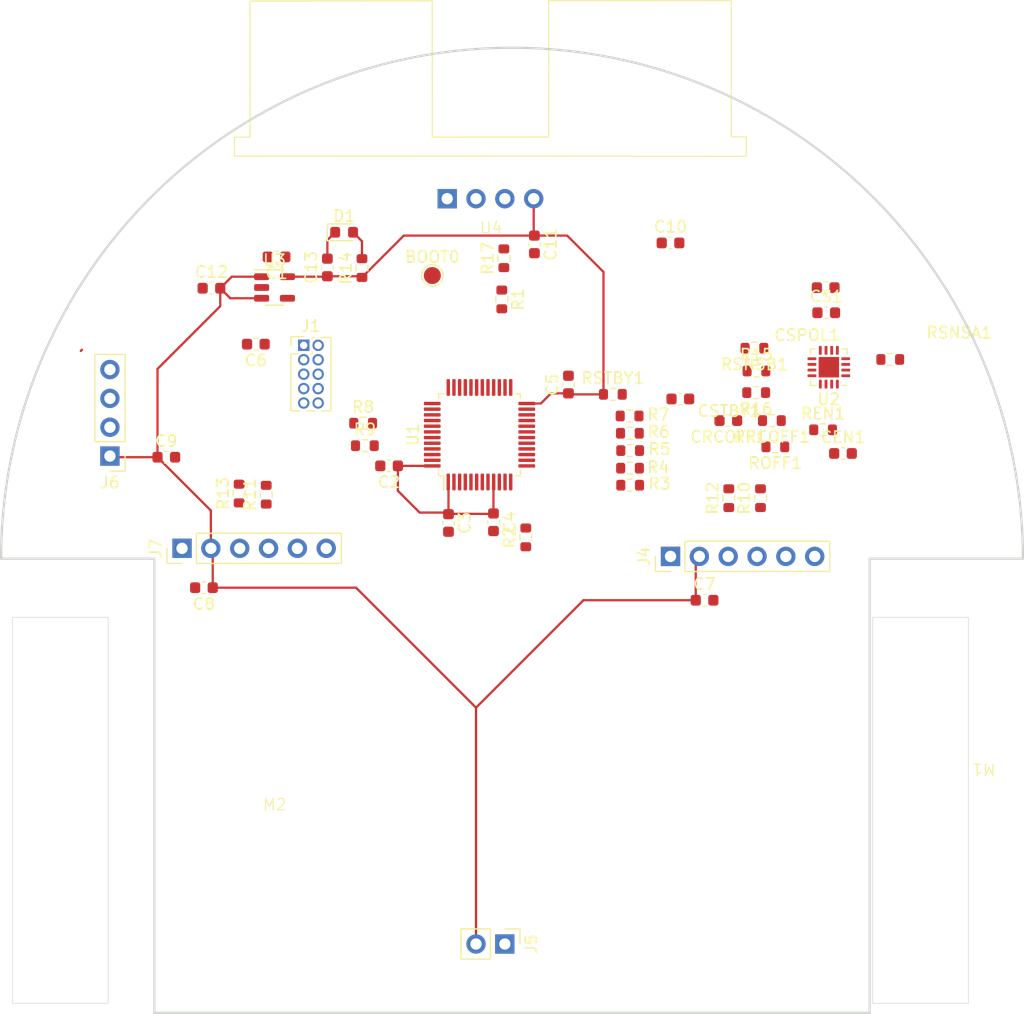
<source format=kicad_pcb>
(kicad_pcb (version 20221018) (generator pcbnew)
  (layers (0 "F.Cu" signal) (31 "B.Cu" signal) (34 "B.Paste" user) (35 "F.Paste" user) (36 "B.SilkS" user "B.Silkscreen") (37 "F.SilkS" user "F.Silkscreen") (38 "B.Mask" user) (39 "F.Mask" user) (44 "Edge.Cuts" user))
  (net 0 "")
  (net 1 "+3.3V")
  (net 2 "GND")
  (net 3 "+BATT")
  (net 4 "/mcu/UART1_TX")
  (net 5 "/mcu/IN_B2")
  (net 6 "/mcu/UART1_RX")
  (net 7 "/mcu/BOOT0")
  (net 8 "Net-(U1-PA2)")
  (net 9 "/mcu/TIM15_CH1")
  (net 10 "Net-(U1-PA3)")
  (net 11 "/mcu/TIM15_CH2")
  (net 12 "Net-(U1-PA4)")
  (net 13 "/mcu/OUT_A4")
  (net 14 "Net-(U1-PA5)")
  (net 15 "/mcu/OUT_A5")
  (net 16 "/mcu/OUT_B0")
  (net 17 "Net-(U1-PB0)")
  (net 18 "/mcu/OUT_B1")
  (net 19 "Net-(U1-PB1)")
  (net 20 "Net-(U1-PB6)")
  (net 21 "/mcu/OUT_B9")
  (net 22 "Net-(U1-PB9)")
  (net 23 "/mcu/TIM3_CH1")
  (net 24 "/mcu/TIM2_CH1")
  (net 25 "/mcu/TIM3_CH2")
  (net 26 "/mcu/TIM2_CH2")
  (net 27 "/mcu/TIM8_CH2")
  (net 28 "Net-(U4-ECHO)")
  (net 34 "/mcu/~{RESET}")
  (net 46 "/mcu/SWDIO")
  (net 49 "/mcu/SWDCLK")
  (net 51 "/mcu/SWO")
  (net 56 "Net-(CRCOFF1-Pad1)")
  (net 57 "Net-(D1-A)")
  (net 58 "/motorA/MB")
  (net 59 "Net-(J4-Pin_3)")
  (net 60 "Net-(J4-Pin_4)")
  (net 61 "/motorA/MA")
  (net 62 "Rx")
  (net 63 "Tx")
  (net 64 "/motorB/MB")
  (net 65 "Net-(J7-Pin_3)")
  (net 66 "Net-(J7-Pin_4)")
  (net 67 "/motorB/MA")
  (net 68 "Net-(U2-REF)")
  (net 69 "Net-(U2-TOFF)")
  (net 70 "Net-(U2-SENSEA)")
  (net 71 "Net-(U2-SENSEB)")
  (footprint "Resistor_SMD:R_0603_1608Metric" (layer "F.Cu") (at 127.8636 95.0976 90)
    (fp_text reference "R13" (at 0 -1.43 90) (layer "F.SilkS"))
    (fp_text value "100")
    (pad "1" smd roundrect (at -0.825 0 90) (size 0.8 0.95) (layers "F.Cu" "F.Paste" "F.Mask") (net 65 "Net-(J7-Pin_3)"))
    (pad "2" smd roundrect (at 0.825 0 90) (size 0.8 0.95) (layers "F.Cu" "F.Paste" "F.Mask") (net 26 "/mcu/TIM2_CH2"))
  )
  (footprint "Package_QFP:LQFP-48_7x7mm_P0.5mm" (layer "F.Cu") (at 149.0348 89.9162 90)
    (fp_text reference "U1" (at 0 -5.85 90) (layer "F.SilkS"))
    (fp_text value "STM32F030C8Tx")
    (pad "1" smd roundrect (at -4.1625 -2.75 90) (size 1.475 0.3) (layers "F.Cu" "F.Paste" "F.Mask") (net 1 "+3.3V"))
    (pad "2" smd roundrect (at -4.1625 -2.25 90) (size 1.475 0.3) (layers "F.Cu" "F.Paste" "F.Mask"))
    (pad "3" smd roundrect (at -4.1625 -1.75 90) (size 1.475 0.3) (layers "F.Cu" "F.Paste" "F.Mask"))
    (pad "4" smd roundrect (at -4.1625 -1.25 90) (size 1.475 0.3) (layers "F.Cu" "F.Paste" "F.Mask"))
    (pad "5" smd roundrect (at -4.1625 -0.75 90) (size 1.475 0.3) (layers "F.Cu" "F.Paste" "F.Mask"))
    (pad "6" smd roundrect (at -4.1625 -0.25 90) (size 1.475 0.3) (layers "F.Cu" "F.Paste" "F.Mask"))
    (pad "7" smd roundrect (at -4.1625 0.25 90) (size 1.475 0.3) (layers "F.Cu" "F.Paste" "F.Mask") (net 34 "/mcu/~{RESET}"))
    (pad "8" smd roundrect (at -4.1625 0.75 90) (size 1.475 0.3) (layers "F.Cu" "F.Paste" "F.Mask") (net 2 "GND"))
    (pad "9" smd roundrect (at -4.1625 1.25 90) (size 1.475 0.3) (layers "F.Cu" "F.Paste" "F.Mask") (net 1 "+3.3V"))
    (pad "10" smd roundrect (at -4.1625 1.75 90) (size 1.475 0.3) (layers "F.Cu" "F.Paste" "F.Mask") (net 24 "/mcu/TIM2_CH1"))
    (pad "11" smd roundrect (at -4.1625 2.25 90) (size 1.475 0.3) (layers "F.Cu" "F.Paste" "F.Mask") (net 26 "/mcu/TIM2_CH2"))
    (pad "12" smd roundrect (at -4.1625 2.75 90) (size 1.475 0.3) (layers "F.Cu" "F.Paste" "F.Mask") (net 8 "Net-(U1-PA2)"))
    (pad "13" smd roundrect (at -2.75 4.1625 90) (size 0.3 1.475) (layers "F.Cu" "F.Paste" "F.Mask") (net 10 "Net-(U1-PA3)"))
    (pad "14" smd roundrect (at -2.25 4.1625 90) (size 0.3 1.475) (layers "F.Cu" "F.Paste" "F.Mask") (net 12 "Net-(U1-PA4)"))
    (pad "15" smd roundrect (at -1.75 4.1625 90) (size 0.3 1.475) (layers "F.Cu" "F.Paste" "F.Mask") (net 14 "Net-(U1-PA5)"))
    (pad "16" smd roundrect (at -1.25 4.1625 90) (size 0.3 1.475) (layers "F.Cu" "F.Paste" "F.Mask") (net 23 "/mcu/TIM3_CH1"))
    (pad "17" smd roundrect (at -0.75 4.1625 90) (size 0.3 1.475) (layers "F.Cu" "F.Paste" "F.Mask") (net 25 "/mcu/TIM3_CH2"))
    (pad "18" smd roundrect (at -0.25 4.1625 90) (size 0.3 1.475) (layers "F.Cu" "F.Paste" "F.Mask") (net 17 "Net-(U1-PB0)"))
    (pad "19" smd roundrect (at 0.25 4.1625 90) (size 0.3 1.475) (layers "F.Cu" "F.Paste" "F.Mask") (net 19 "Net-(U1-PB1)"))
    (pad "20" smd roundrect (at 0.75 4.1625 90) (size 0.3 1.475) (layers "F.Cu" "F.Paste" "F.Mask") (net 5 "/mcu/IN_B2"))
    (pad "21" smd roundrect (at 1.25 4.1625 90) (size 0.3 1.475) (layers "F.Cu" "F.Paste" "F.Mask"))
    (pad "22" smd roundrect (at 1.75 4.1625 90) (size 0.3 1.475) (layers "F.Cu" "F.Paste" "F.Mask"))
    (pad "23" smd roundrect (at 2.25 4.1625 90) (size 0.3 1.475) (layers "F.Cu" "F.Paste" "F.Mask") (net 2 "GND"))
    (pad "24" smd roundrect (at 2.75 4.1625 90) (size 0.3 1.475) (layers "F.Cu" "F.Paste" "F.Mask") (net 1 "+3.3V"))
    (pad "25" smd roundrect (at 4.1625 2.75 90) (size 1.475 0.3) (layers "F.Cu" "F.Paste" "F.Mask"))
    (pad "26" smd roundrect (at 4.1625 2.25 90) (size 1.475 0.3) (layers "F.Cu" "F.Paste" "F.Mask"))
    (pad "27" smd roundrect (at 4.1625 1.75 90) (size 1.475 0.3) (layers "F.Cu" "F.Paste" "F.Mask"))
    (pad "28" smd roundrect (at 4.1625 1.25 90) (size 1.475 0.3) (layers "F.Cu" "F.Paste" "F.Mask"))
    (pad "29" smd roundrect (at 4.1625 0.75 90) (size 1.475 0.3) (layers "F.Cu" "F.Paste" "F.Mask"))
    (pad "30" smd roundrect (at 4.1625 0.25 90) (size 1.475 0.3) (layers "F.Cu" "F.Paste" "F.Mask"))
    (pad "31" smd roundrect (at 4.1625 -0.25 90) (size 1.475 0.3) (layers "F.Cu" "F.Paste" "F.Mask"))
    (pad "32" smd roundrect (at 4.1625 -0.75 90) (size 1.475 0.3) (layers "F.Cu" "F.Paste" "F.Mask"))
    (pad "33" smd roundrect (at 4.1625 -1.25 90) (size 1.475 0.3) (layers "F.Cu" "F.Paste" "F.Mask"))
    (pad "34" smd roundrect (at 4.1625 -1.75 90) (size 1.475 0.3) (layers "F.Cu" "F.Paste" "F.Mask") (net 46 "/mcu/SWDIO"))
    (pad "35" smd roundrect (at 4.1625 -2.25 90) (size 1.475 0.3) (layers "F.Cu" "F.Paste" "F.Mask"))
    (pad "36" smd roundrect (at 4.1625 -2.75 90) (size 1.475 0.3) (layers "F.Cu" "F.Paste" "F.Mask"))
    (pad "37" smd roundrect (at 2.75 -4.1625 90) (size 0.3 1.475) (layers "F.Cu" "F.Paste" "F.Mask") (net 49 "/mcu/SWDCLK"))
    (pad "38" smd roundrect (at 2.25 -4.1625 90) (size 0.3 1.475) (layers "F.Cu" "F.Paste" "F.Mask"))
    (pad "39" smd roundrect (at 1.75 -4.1625 90) (size 0.3 1.475) (layers "F.Cu" "F.Paste" "F.Mask") (net 51 "/mcu/SWO"))
    (pad "40" smd roundrect (at 1.25 -4.1625 90) (size 0.3 1.475) (layers "F.Cu" "F.Paste" "F.Mask"))
    (pad "41" smd roundrect (at 0.75 -4.1625 90) (size 0.3 1.475) (layers "F.Cu" "F.Paste" "F.Mask"))
    (pad "42" smd roundrect (at 0.25 -4.1625 90) (size 0.3 1.475) (layers "F.Cu" "F.Paste" "F.Mask") (net 20 "Net-(U1-PB6)"))
    (pad "43" smd roundrect (at -0.25 -4.1625 90) (size 0.3 1.475) (layers "F.Cu" "F.Paste" "F.Mask") (net 6 "/mcu/UART1_RX"))
    (pad "44" smd roundrect (at -0.75 -4.1625 90) (size 0.3 1.475) (layers "F.Cu" "F.Paste" "F.Mask") (net 7 "/mcu/BOOT0"))
    (pad "45" smd roundrect (at -1.25 -4.1625 90) (size 0.3 1.475) (layers "F.Cu" "F.Paste" "F.Mask") (net 27 "/mcu/TIM8_CH2"))
    (pad "46" smd roundrect (at -1.75 -4.1625 90) (size 0.3 1.475) (layers "F.Cu" "F.Paste" "F.Mask") (net 22 "Net-(U1-PB9)"))
    (pad "47" smd roundrect (at -2.25 -4.1625 90) (size 0.3 1.475) (layers "F.Cu" "F.Paste" "F.Mask") (net 2 "GND"))
    (pad "48" smd roundrect (at -2.75 -4.1625 90) (size 0.3 1.475) (layers "F.Cu" "F.Paste" "F.Mask") (net 1 "+3.3V"))
  )
  (footprint "Resistor_SMD:R_0603_1608Metric" (layer "F.Cu") (at 151 78 -90)
    (fp_text reference "R1" (at 0 -1.43 -270) (layer "F.SilkS"))
    (fp_text value "10k")
    (pad "1" smd roundrect (at -0.825 0 270) (size 0.8 0.95) (layers "F.Cu" "F.Paste" "F.Mask") (net 7 "/mcu/BOOT0"))
    (pad "2" smd roundrect (at 0.825 0 270) (size 0.8 0.95) (layers "F.Cu" "F.Paste" "F.Mask") (net 2 "GND"))
  )
  (footprint "minimouse:N20_with_encoder" (layer "F.Cu") (at 131 123)
    (fp_text reference "M2" (at 0 -0.5 unlocked) (layer "F.SilkS") (effects (font (thickness 0.1))))
    (fp_text value "N20_encoder")
    (fp_rect (start -23.1 -17) (end -14.67 17) (stroke (width 0.05)) (fill none) (layer "Edge.Cuts"))
    (pad "" np_thru_hole circle locked (at 0 -9) (size 1 1) (drill 2.2) (layers "F&B.Cu" "*.Mask"))
    (pad "" np_thru_hole circle locked (at 0 9) (size 1 1) (drill 2.2) (layers "F&B.Cu" "*.Mask"))
  )
  (footprint "Capacitor_SMD:C_0603_1608Metric" (layer "F.Cu") (at 166.7256 86.7664 180)
    (fp_text reference "CSTBY1" (at -4.2802 -1.0668) (layer "F.SilkS"))
    (fp_text value "1 nF")
    (pad "1" smd roundrect (at -0.775 0 180) (size 0.9 0.95) (layers "F.Cu" "F.Paste" "F.Mask") (net 16 "/mcu/OUT_B0"))
    (pad "2" smd roundrect (at 0.775 0 180) (size 0.9 0.95) (layers "F.Cu" "F.Paste" "F.Mask") (net 2 "GND"))
  )
  (footprint "Package_DFN_QFN:VQFN-16-1EP_3x3mm_P0.5mm_EP1.8x1.8mm" (layer "F.Cu") (at 179.8066 83.9724 180)
    (fp_text reference "U2" (at 0 -2.82) (layer "F.SilkS"))
    (fp_text value "STSPIN240")
    (pad "1" smd roundrect (at -1.4875 -0.75 180) (size 0.775 0.25) (layers "F.Cu" "F.Paste" "F.Mask") (net 13 "/mcu/OUT_A4"))
    (pad "2" smd roundrect (at -1.4875 -0.25 180) (size 0.775 0.25) (layers "F.Cu" "F.Paste" "F.Mask") (net 9 "/mcu/TIM15_CH1"))
    (pad "3" smd roundrect (at -1.4875 0.25 180) (size 0.775 0.25) (layers "F.Cu" "F.Paste" "F.Mask") (net 67 "/motorB/MA"))
    (pad "4" smd roundrect (at -1.4875 0.75 180) (size 0.775 0.25) (layers "F.Cu" "F.Paste" "F.Mask") (net 70 "Net-(U2-SENSEA)"))
    (pad "5" smd roundrect (at -0.75 1.4875 180) (size 0.25 0.775) (layers "F.Cu" "F.Paste" "F.Mask") (net 64 "/motorB/MB"))
    (pad "6" smd roundrect (at -0.25 1.4875 180) (size 0.25 0.775) (layers "F.Cu" "F.Paste" "F.Mask") (net 3 "+BATT"))
    (pad "7" smd roundrect (at 0.25 1.4875 180) (size 0.25 0.775) (layers "F.Cu" "F.Paste" "F.Mask") (net 2 "GND"))
    (pad "8" smd roundrect (at 0.75 1.4875 180) (size 0.25 0.775) (layers "F.Cu" "F.Paste" "F.Mask") (net 58 "/motorA/MB"))
    (pad "9" smd roundrect (at 1.4875 0.75 180) (size 0.775 0.25) (layers "F.Cu" "F.Paste" "F.Mask") (net 71 "Net-(U2-SENSEB)"))
    (pad "10" smd roundrect (at 1.4875 0.25 180) (size 0.775 0.25) (layers "F.Cu" "F.Paste" "F.Mask") (net 61 "/motorA/MA"))
    (pad "11" smd roundrect (at 1.4875 -0.25 180) (size 0.775 0.25) (layers "F.Cu" "F.Paste" "F.Mask") (net 68 "Net-(U2-REF)"))
    (pad "12" smd roundrect (at 1.4875 -0.75 180) (size 0.775 0.25) (layers "F.Cu" "F.Paste" "F.Mask") (net 69 "Net-(U2-TOFF)"))
    (pad "13" smd roundrect (at 0.75 -1.4875 180) (size 0.25 0.775) (layers "F.Cu" "F.Paste" "F.Mask") (net 18 "/mcu/OUT_B1"))
    (pad "14" smd roundrect (at 0.25 -1.4875 180) (size 0.25 0.775) (layers "F.Cu" "F.Paste" "F.Mask") (net 16 "/mcu/OUT_B0"))
    (pad "15" smd roundrect (at -0.25 -1.4875 180) (size 0.25 0.775) (layers "F.Cu" "F.Paste" "F.Mask") (net 15 "/mcu/OUT_A5"))
    (pad "16" smd roundrect (at -0.75 -1.4875 180) (size 0.25 0.775) (layers "F.Cu" "F.Paste" "F.Mask") (net 11 "/mcu/TIM15_CH2"))
    (pad "17" smd rect (at 0 0 180) (size 1.8 1.8) (layers "F.Cu" "F.Mask") (net 2 "GND"))
  )
  (footprint "Resistor_SMD:R_0603_1608Metric" (layer "F.Cu") (at 185.2168 83.2866)
    (fp_text reference "RSNSA1" (at 6.0706 -2.3622) (layer "F.SilkS"))
    (fp_text value "33m")
    (pad "1" smd roundrect (at -0.825 0) (size 0.8 0.95) (layers "F.Cu" "F.Paste" "F.Mask") (net 70 "Net-(U2-SENSEA)"))
    (pad "2" smd roundrect (at 0.825 0) (size 0.8 0.95) (layers "F.Cu" "F.Paste" "F.Mask") (net 2 "GND"))
  )
  (footprint "TestPoint:TestPoint_Pad_D1.5mm" (layer "F.Cu") (at 144.8816 75.8952)
    (fp_text reference "BOOT0" (at 0 -1.648) (layer "F.SilkS"))
    (fp_text value "TestPoint")
    (pad "1" smd circle (at 0 0) (size 1.5 1.5) (layers "F.Cu" "F.Mask") (net 7 "/mcu/BOOT0"))
  )
  (footprint "Connector_PinHeader_2.54mm:PinHeader_1x06_P2.54mm_Vertical" (layer "F.Cu") (at 165.862 100.6348 90)
    (fp_text reference "J4" (at 0 -2.33 90) (layer "F.SilkS"))
    (fp_text value "Conn_01x06")
    (pad "1" thru_hole rect (at 0 0 90) (size 1.7 1.7) (drill 1) (layers "*.Cu" "*.Mask") (net 58 "/motorA/MB"))
    (pad "2" thru_hole oval (at 0 2.54 90) (size 1.7 1.7) (drill 1) (layers "*.Cu" "*.Mask") (net 3 "+BATT"))
    (pad "3" thru_hole oval (at 0 5.08 90) (size 1.7 1.7) (drill 1) (layers "*.Cu" "*.Mask") (net 59 "Net-(J4-Pin_3)"))
    (pad "4" thru_hole oval (at 0 7.62 90) (size 1.7 1.7) (drill 1) (layers "*.Cu" "*.Mask") (net 60 "Net-(J4-Pin_4)"))
    (pad "5" thru_hole oval (at 0 10.16 90) (size 1.7 1.7) (drill 1) (layers "*.Cu" "*.Mask") (net 2 "GND"))
    (pad "6" thru_hole oval (at 0 12.7 90) (size 1.7 1.7) (drill 1) (layers "*.Cu" "*.Mask") (net 61 "/motorA/MA"))
  )
  (footprint "Resistor_SMD:R_0603_1608Metric" (layer "F.Cu") (at 173.7868 95.504 90)
    (fp_text reference "R10" (at 0 -1.43 90) (layer "F.SilkS"))
    (fp_text value "100")
    (pad "1" smd roundrect (at -0.825 0 90) (size 0.8 0.95) (layers "F.Cu" "F.Paste" "F.Mask") (net 60 "Net-(J4-Pin_4)"))
    (pad "2" smd roundrect (at 0.825 0 90) (size 0.8 0.95) (layers "F.Cu" "F.Paste" "F.Mask") (net 23 "/mcu/TIM3_CH1"))
  )
  (footprint "Capacitor_SMD:C_0603_1608Metric" (layer "F.Cu") (at 124.7648 103.3902 180)
    (fp_text reference "C8" (at 0 -1.43) (layer "F.SilkS"))
    (fp_text value "2.2uF")
    (pad "1" smd roundrect (at -0.775 0 180) (size 0.9 0.95) (layers "F.Cu" "F.Paste" "F.Mask") (net 3 "+BATT"))
    (pad "2" smd roundrect (at 0.775 0 180) (size 0.9 0.95) (layers "F.Cu" "F.Paste" "F.Mask") (net 2 "GND"))
  )
  (footprint "Resistor_SMD:R_0603_1608Metric" (layer "F.Cu") (at 162.2938 92.8624)
    (fp_text reference "R4" (at 2.4908 -0.077) (layer "F.SilkS"))
    (fp_text value "100")
    (pad "1" smd roundrect (at -0.825 0) (size 0.8 0.95) (layers "F.Cu" "F.Paste" "F.Mask") (net 12 "Net-(U1-PA4)"))
    (pad "2" smd roundrect (at 0.825 0) (size 0.8 0.95) (layers "F.Cu" "F.Paste" "F.Mask") (net 13 "/mcu/OUT_A4"))
  )
  (footprint "Capacitor_SMD:C_0603_1608Metric" (layer "F.Cu") (at 150.2664 97.6252 -90)
    (fp_text reference "C4" (at 0 -1.43 90) (layer "F.SilkS"))
    (fp_text value "0.1uF")
    (pad "1" smd roundrect (at -0.775 0 270) (size 0.9 0.95) (layers "F.Cu" "F.Paste" "F.Mask") (net 1 "+3.3V"))
    (pad "2" smd roundrect (at 0.775 0 270) (size 0.9 0.95) (layers "F.Cu" "F.Paste" "F.Mask") (net 2 "GND"))
  )
  (footprint "Resistor_SMD:R_0603_1608Metric" (layer "F.Cu") (at 138.938 90.8812)
    (fp_text reference "R9" (at 0 -1.43) (layer "F.SilkS"))
    (fp_text value "100")
    (pad "1" smd roundrect (at -0.825 0) (size 0.8 0.95) (layers "F.Cu" "F.Paste" "F.Mask") (net 21 "/mcu/OUT_B9"))
    (pad "2" smd roundrect (at 0.825 0) (size 0.8 0.95) (layers "F.Cu" "F.Paste" "F.Mask") (net 22 "Net-(U1-PB9)"))
  )
  (footprint "Resistor_SMD:R_0603_1608Metric" (layer "F.Cu") (at 173.4312 84.3026)
    (fp_text reference "R15" (at 0 -1.43) (layer "F.SilkS"))
    (fp_text value "2.2K")
    (pad "1" smd roundrect (at -0.825 0) (size 0.8 0.95) (layers "F.Cu" "F.Paste" "F.Mask") (net 3 "+BATT"))
    (pad "2" smd roundrect (at 0.825 0) (size 0.8 0.95) (layers "F.Cu" "F.Paste" "F.Mask") (net 68 "Net-(U2-REF)"))
  )
  (footprint "minimouse:HC-SR04" (layer "F.Cu") (at 150 69.125)
    (fp_text reference "U4" (at 0.06 2.57 unlocked) (layer "F.SilkS") (effects (font (thickness 0.1))))
    (fp_text value "HC-SR04")
    (pad "1" thru_hole rect locked (at -3.81 0 90) (size 1.7 1.7) (drill 1) (layers "*.Cu" "*.Mask") (net 2 "GND"))
    (pad "2" thru_hole oval locked (at -1.27 0 90) (size 1.7 1.7) (drill 1) (layers "*.Cu" "*.Mask") (net 21 "/mcu/OUT_B9"))
    (pad "3" thru_hole oval locked (at 1.27 0 90) (size 1.7 1.7) (drill 1) (layers "*.Cu" "*.Mask") (net 28 "Net-(U4-ECHO)"))
    (pad "4" thru_hole oval locked (at 3.81 0 90) (size 1.7 1.7) (drill 1) (layers "*.Cu" "*.Mask") (net 1 "+3.3V"))
  )
  (footprint "Capacitor_SMD:C_0603_1608Metric" (layer "F.Cu") (at 156.8704 85.4964 90)
    (fp_text reference "C5" (at 0 -1.43 90) (layer "F.SilkS"))
    (fp_text value "0.1uF")
    (pad "1" smd roundrect (at -0.775 0 90) (size 0.9 0.95) (layers "F.Cu" "F.Paste" "F.Mask") (net 1 "+3.3V"))
    (pad "2" smd roundrect (at 0.775 0 90) (size 0.9 0.95) (layers "F.Cu" "F.Paste" "F.Mask") (net 2 "GND"))
  )
  (footprint "Resistor_SMD:R_0603_1608Metric" (layer "F.Cu") (at 151.1808 74.3712 90)
    (fp_text reference "R17" (at 0 -1.43 90) (layer "F.SilkS"))
    (fp_text value "100")
    (pad "1" smd roundrect (at -0.825 0 90) (size 0.8 0.95) (layers "F.Cu" "F.Paste" "F.Mask") (net 27 "/mcu/TIM8_CH2"))
    (pad "2" smd roundrect (at 0.825 0 90) (size 0.8 0.95) (layers "F.Cu" "F.Paste" "F.Mask") (net 28 "Net-(U4-ECHO)"))
  )
  (footprint "minimouse:N20_with_encoder" (layer "F.Cu") (at 169 123 180)
    (fp_text reference "M1" (at -24.45 3.6 180 unlocked) (layer "F.SilkS") (effects (font (thickness 0.1))))
    (fp_text value "N20_encoder")
    (fp_rect (start -23.1 -17) (end -14.67 17) (stroke (width 0.05)) (fill none) (layer "Edge.Cuts"))
    (pad "" np_thru_hole circle locked (at 0 -9 180) (size 1 1) (drill 2.2) (layers "F&B.Cu" "*.Mask"))
    (pad "" np_thru_hole circle locked (at 0 9 180) (size 1 1) (drill 2.2) (layers "F&B.Cu" "*.Mask"))
  )
  (footprint "Resistor_SMD:R_0603_1608Metric" (layer "F.Cu") (at 179.2986 89.4842)
    (fp_text reference "REN1" (at 0 -1.43) (layer "F.SilkS"))
    (fp_text value "18K")
    (pad "1" smd roundrect (at -0.825 0) (size 0.8 0.95) (layers "F.Cu" "F.Paste" "F.Mask") (net 5 "/mcu/IN_B2"))
    (pad "2" smd roundrect (at 0.825 0) (size 0.8 0.95) (layers "F.Cu" "F.Paste" "F.Mask") (net 18 "/mcu/OUT_B1"))
  )
  (footprint "Capacitor_SMD:C_0603_1608Metric" (layer "F.Cu") (at 168.8592 104.4956)
    (fp_text reference "C7" (at 0 -1.43) (layer "F.SilkS"))
    (fp_text value "2.2uF")
    (pad "1" smd roundrect (at -0.775 0) (size 0.9 0.95) (layers "F.Cu" "F.Paste" "F.Mask") (net 3 "+BATT"))
    (pad "2" smd roundrect (at 0.775 0) (size 0.9 0.95) (layers "F.Cu" "F.Paste" "F.Mask") (net 2 "GND"))
  )
  (footprint "Capacitor_SMD:C_0603_1608Metric" (layer "F.Cu") (at 153.8732 73.152 -90)
    (fp_text reference "C11" (at 0 -1.43 90) (layer "F.SilkS"))
    (fp_text value "2.2uF")
    (pad "1" smd roundrect (at -0.775 0 270) (size 0.9 0.95) (layers "F.Cu" "F.Paste" "F.Mask") (net 1 "+3.3V"))
    (pad "2" smd roundrect (at 0.775 0 270) (size 0.9 0.95) (layers "F.Cu" "F.Paste" "F.Mask") (net 2 "GND"))
  )
  (footprint "Capacitor_SMD:C_0603_1608Metric" (layer "F.Cu") (at 121.4498 91.8972)
    (fp_text reference "C9" (at 0 -1.43) (layer "F.SilkS"))
    (fp_text value "2.2uF")
    (pad "1" smd roundrect (at -0.775 0) (size 0.9 0.95) (layers "F.Cu" "F.Paste" "F.Mask") (net 3 "+BATT"))
    (pad "2" smd roundrect (at 0.775 0) (size 0.9 0.95) (layers "F.Cu" "F.Paste" "F.Mask") (net 2 "GND"))
  )
  (footprint "Connector_PinHeader_2.54mm:PinHeader_1x02_P2.54mm_Vertical" (layer "F.Cu") (at 151.27 134.775 -90)
    (fp_text reference "J5" (at 0 -2.33 90) (layer "F.SilkS"))
    (fp_text value "Conn_01x02")
    (pad "1" thru_hole rect locked (at 0 0 270) (size 1.7 1.7) (drill 1) (layers "*.Cu" "*.Mask") (net 2 "GND"))
    (pad "2" thru_hole oval locked (at 0 2.54 270) (size 1.7 1.7) (drill 1) (layers "*.Cu" "*.Mask") (net 3 "+BATT"))
  )
  (footprint "Resistor_SMD:R_0603_1608Metric" (layer "F.Cu") (at 174.7896 88.6714 180)
    (fp_text reference "RRCOFF1" (at 0 -1.43) (layer "F.SilkS"))
    (fp_text value "1 K")
    (pad "1" smd roundrect (at -0.825 0 180) (size 0.8 0.95) (layers "F.Cu" "F.Paste" "F.Mask") (net 69 "Net-(U2-TOFF)"))
    (pad "2" smd roundrect (at 0.825 0 180) (size 0.8 0.95) (layers "F.Cu" "F.Paste" "F.Mask") (net 56 "Net-(CRCOFF1-Pad1)"))
  )
  (footprint "Capacitor_SMD:C_0603_1608Metric" (layer "F.Cu") (at 125.4252 77.0128)
    (fp_text reference "C12" (at 0 -1.43) (layer "F.SilkS"))
    (fp_text value "2.2uF")
    (pad "1" smd roundrect (at -0.775 0) (size 0.9 0.95) (layers "F.Cu" "F.Paste" "F.Mask") (net 2 "GND"))
    (pad "2" smd roundrect (at 0.775 0) (size 0.9 0.95) (layers "F.Cu" "F.Paste" "F.Mask") (net 3 "+BATT"))
  )
  (footprint "Resistor_SMD:R_0603_1608Metric" (layer "F.Cu") (at 173.4058 86.2076 180)
    (fp_text reference "R16" (at 0 -1.43) (layer "F.SilkS"))
    (fp_text value "2.2K")
    (pad "1" smd roundrect (at -0.825 0 180) (size 0.8 0.95) (layers "F.Cu" "F.Paste" "F.Mask") (net 68 "Net-(U2-REF)"))
    (pad "2" smd roundrect (at 0.825 0 180) (size 0.8 0.95) (layers "F.Cu" "F.Paste" "F.Mask") (net 2 "GND"))
  )
  (footprint "Capacitor_SMD:C_0603_1608Metric" (layer "F.Cu") (at 146.304 97.6884 -90)
    (fp_text reference "C3" (at 0 -1.43 -270) (layer "F.SilkS"))
    (fp_text value "0.1uF")
    (pad "1" smd roundrect (at -0.775 0 270) (size 0.9 0.95) (layers "F.Cu" "F.Paste" "F.Mask") (net 1 "+3.3V"))
    (pad "2" smd roundrect (at 0.775 0 270) (size 0.9 0.95) (layers "F.Cu" "F.Paste" "F.Mask") (net 2 "GND"))
  )
  (footprint "Resistor_SMD:R_0603_1608Metric" (layer "F.Cu") (at 175.0944 90.9828 180)
    (fp_text reference "ROFF1" (at 0 -1.43) (layer "F.SilkS"))
    (fp_text value "47K")
    (pad "1" smd roundrect (at -0.825 0 180) (size 0.8 0.95) (layers "F.Cu" "F.Paste" "F.Mask") (net 69 "Net-(U2-TOFF)"))
    (pad "2" smd roundrect (at 0.825 0 180) (size 0.8 0.95) (layers "F.Cu" "F.Paste" "F.Mask") (net 2 "GND"))
  )
  (footprint "Resistor_SMD:R_0603_1608Metric" (layer "F.Cu") (at 138.7856 88.9)
    (fp_text reference "R8" (at 0 -1.43) (layer "F.SilkS"))
    (fp_text value "100")
    (pad "1" smd roundrect (at -0.825 0) (size 0.8 0.95) (layers "F.Cu" "F.Paste" "F.Mask") (net 4 "/mcu/UART1_TX"))
    (pad "2" smd roundrect (at 0.825 0) (size 0.8 0.95) (layers "F.Cu" "F.Paste" "F.Mask") (net 20 "Net-(U1-PB6)"))
  )
  (footprint "Resistor_SMD:R_0603_1608Metric" (layer "F.Cu") (at 173.2534 82.296 180)
    (fp_text reference "RSNSB1" (at 0 -1.43) (layer "F.SilkS"))
    (fp_text value "33m")
    (pad "1" smd roundrect (at -0.825 0 180) (size 0.8 0.95) (layers "F.Cu" "F.Paste" "F.Mask") (net 71 "Net-(U2-SENSEB)"))
    (pad "2" smd roundrect (at 0.825 0 180) (size 0.8 0.95) (layers "F.Cu" "F.Paste" "F.Mask") (net 2 "GND"))
  )
  (footprint "Resistor_SMD:R_0603_1608Metric" (layer "F.Cu") (at 162.2552 88.265 180)
    (fp_text reference "R7" (at -2.5408 0.127) (layer "F.SilkS"))
    (fp_text value "100")
    (pad "1" smd roundrect (at -0.825 0 180) (size 0.8 0.95) (layers "F.Cu" "F.Paste" "F.Mask") (net 18 "/mcu/OUT_B1"))
    (pad "2" smd roundrect (at 0.825 0 180) (size 0.8 0.95) (layers "F.Cu" "F.Paste" "F.Mask") (net 19 "Net-(U1-PB1)"))
  )
  (footprint "Resistor_SMD:R_0603_1608Metric" (layer "F.Cu") (at 153.1112 98.9584 90)
    (fp_text reference "R2" (at 0 -1.43 90) (layer "F.SilkS"))
    (fp_text value "100")
    (pad "1" smd roundrect (at -0.825 0 90) (size 0.8 0.95) (layers "F.Cu" "F.Paste" "F.Mask") (net 8 "Net-(U1-PA2)"))
    (pad "2" smd roundrect (at 0.825 0 90) (size 0.8 0.95) (layers "F.Cu" "F.Paste" "F.Mask") (net 9 "/mcu/TIM15_CH1"))
  )
  (footprint "Capacitor_SMD:C_0603_1608Metric" (layer "F.Cu") (at 181.0512 91.567)
    (fp_text reference "CEN1" (at 0 -1.43) (layer "F.SilkS"))
    (fp_text value "1 nF / 6.3 V")
    (pad "1" smd roundrect (at -0.775 0) (size 0.9 0.95) (layers "F.Cu" "F.Paste" "F.Mask") (net 18 "/mcu/OUT_B1"))
    (pad "2" smd roundrect (at 0.775 0) (size 0.9 0.95) (layers "F.Cu" "F.Paste" "F.Mask") (net 2 "GND"))
  )
  (footprint "Capacitor_SMD:C_0603_1608Metric" (layer "F.Cu") (at 165.862 73.025)
    (fp_text reference "C10" (at 0 -1.43) (layer "F.SilkS"))
    (fp_text value "2.2uF")
    (pad "1" smd roundrect (at -0.775 0) (size 0.9 0.95) (layers "F.Cu" "F.Paste" "F.Mask") (net 3 "+BATT"))
    (pad "2" smd roundrect (at 0.775 0) (size 0.9 0.95) (layers "F.Cu" "F.Paste" "F.Mask") (net 2 "GND"))
  )
  (footprint "Capacitor_SMD:C_0603_1608Metric" (layer "F.Cu") (at 135.636 75.184 90)
    (fp_text reference "C13" (at 0 -1.43 90) (layer "F.SilkS"))
    (fp_text value "2.2uF")
    (pad "1" smd roundrect (at -0.775 0 90) (size 0.9 0.95) (layers "F.Cu" "F.Paste" "F.Mask") (net 1 "+3.3V"))
    (pad "2" smd roundrect (at 0.775 0 90) (size 0.9 0.95) (layers "F.Cu" "F.Paste" "F.Mask") (net 2 "GND"))
  )
  (footprint "Connector_PinHeader_2.54mm:PinHeader_1x04_P2.54mm_Vertical" (layer "F.Cu") (at 116.4844 91.7956 180)
    (fp_text reference "J6" (at 0 -2.33) (layer "F.SilkS"))
    (fp_text value "Conn_01x04")
    (pad "1" thru_hole rect (at 0 0 180) (size 1.7 1.7) (drill 1) (layers "*.Cu" "*.Mask") (net 3 "+BATT"))
    (pad "2" thru_hole oval (at 0 2.54 180) (size 1.7 1.7) (drill 1) (layers "*.Cu" "*.Mask") (net 2 "GND"))
    (pad "3" thru_hole oval (at 0 5.08 180) (size 1.7 1.7) (drill 1) (layers "*.Cu" "*.Mask") (net 62 "Rx"))
    (pad "4" thru_hole oval (at 0 7.62 180) (size 1.7 1.7) (drill 1) (layers "*.Cu" "*.Mask") (net 63 "Tx"))
  )
  (footprint "Capacitor_SMD:C_0603_1608Metric" (layer "F.Cu") (at 179.578 79.1718)
    (fp_text reference "CS1" (at 0 -1.43) (layer "F.SilkS"))
    (fp_text value "2.2uF")
    (pad "1" smd roundrect (at -0.775 0) (size 0.9 0.95) (layers "F.Cu" "F.Paste" "F.Mask") (net 3 "+BATT"))
    (pad "2" smd roundrect (at 0.775 0) (size 0.9 0.95) (layers "F.Cu" "F.Paste" "F.Mask") (net 2 "GND"))
  )
  (footprint "Resistor_SMD:R_0603_1608Metric" (layer "F.Cu") (at 162.306 94.361)
    (fp_text reference "R3" (at 2.5908 -0.127) (layer "F.SilkS"))
    (fp_text value "100")
    (pad "1" smd roundrect (at -0.825 0) (size 0.8 0.95) (layers "F.Cu" "F.Paste" "F.Mask") (net 10 "Net-(U1-PA3)"))
    (pad "2" smd roundrect (at 0.825 0) (size 0.8 0.95) (layers "F.Cu" "F.Paste" "F.Mask") (net 11 "/mcu/TIM15_CH2"))
  )
  (footprint "Capacitor_SMD:C_0603_1608Metric" (layer "F.Cu") (at 141.0716 92.6592 180)
    (fp_text reference "C2" (at 0 -1.43) (layer "F.SilkS"))
    (fp_text value "0.1uF")
    (pad "1" smd roundrect (at -0.775 0 180) (size 0.9 0.95) (layers "F.Cu" "F.Paste" "F.Mask") (net 1 "+3.3V"))
    (pad "2" smd roundrect (at 0.775 0 180) (size 0.9 0.95) (layers "F.Cu" "F.Paste" "F.Mask") (net 2 "GND"))
  )
  (footprint "Capacitor_SMD:C_0603_1608Metric" (layer "F.Cu") (at 131.1601 74.2544 180)
    (fp_text reference "C1" (at 0 -1.43) (layer "F.SilkS"))
    (fp_text value "2.2uF")
    (pad "1" smd roundrect (at -0.775 0 180) (size 0.9 0.95) (layers "F.Cu" "F.Paste" "F.Mask") (net 1 "+3.3V"))
    (pad "2" smd roundrect (at 0.775 0 180) (size 0.9 0.95) (layers "F.Cu" "F.Paste" "F.Mask") (net 2 "GND"))
  )
  (footprint "Resistor_SMD:R_0603_1608Metric" (layer "F.Cu") (at 162.306 91.313)
    (fp_text reference "R5" (at 2.5908 -0.127) (layer "F.SilkS"))
    (fp_text value "100")
    (pad "1" smd roundrect (at -0.825 0) (size 0.8 0.95) (layers "F.Cu" "F.Paste" "F.Mask") (net 14 "Net-(U1-PA5)"))
    (pad "2" smd roundrect (at 0.825 0) (size 0.8 0.95) (layers "F.Cu" "F.Paste" "F.Mask") (net 15 "/mcu/OUT_A5"))
  )
  (footprint "Connector_PinHeader_2.54mm:PinHeader_1x06_P2.54mm_Vertical" (layer "F.Cu") (at 122.8344 99.9236 90)
    (fp_text reference "J7" (at 0 -2.33 90) (layer "F.SilkS"))
    (fp_text value "Conn_01x06")
    (pad "1" thru_hole rect (at 0 0 90) (size 1.7 1.7) (drill 1) (layers "*.Cu" "*.Mask") (net 64 "/motorB/MB"))
    (pad "2" thru_hole oval (at 0 2.54 90) (size 1.7 1.7) (drill 1) (layers "*.Cu" "*.Mask") (net 3 "+BATT"))
    (pad "3" thru_hole oval (at 0 5.08 90) (size 1.7 1.7) (drill 1) (layers "*.Cu" "*.Mask") (net 65 "Net-(J7-Pin_3)"))
    (pad "4" thru_hole oval (at 0 7.62 90) (size 1.7 1.7) (drill 1) (layers "*.Cu" "*.Mask") (net 66 "Net-(J7-Pin_4)"))
    (pad "5" thru_hole oval (at 0 10.16 90) (size 1.7 1.7) (drill 1) (layers "*.Cu" "*.Mask") (net 2 "GND"))
    (pad "6" thru_hole oval (at 0 12.7 90) (size 1.7 1.7) (drill 1) (layers "*.Cu" "*.Mask") (net 67 "/motorB/MA"))
  )
  (footprint "Capacitor_SMD:C_0603_1608Metric" (layer "F.Cu") (at 170.9542 88.6714 180)
    (fp_text reference "CRCOFF1" (at 0 -1.43) (layer "F.SilkS"))
    (fp_text value "22nF")
    (pad "1" smd roundrect (at -0.775 0 180) (size 0.9 0.95) (layers "F.Cu" "F.Paste" "F.Mask") (net 56 "Net-(CRCOFF1-Pad1)"))
    (pad "2" smd roundrect (at 0.775 0 180) (size 0.9 0.95) (layers "F.Cu" "F.Paste" "F.Mask") (net 2 "GND"))
  )
  (footprint "Package_TO_SOT_SMD:SOT-23-5" (layer "F.Cu") (at 130.9823 76.9468)
    (fp_text reference "U3" (at 0 -2.4) (layer "F.SilkS"))
    (fp_text value "LP5907MFX-1.2")
    (pad "1" smd roundrect (at -1.1375 -0.95) (size 1.325 0.6) (layers "F.Cu" "F.Paste" "F.Mask") (net 3 "+BATT"))
    (pad "2" smd roundrect (at -1.1375 0) (size 1.325 0.6) (layers "F.Cu" "F.Paste" "F.Mask") (net 2 "GND"))
    (pad "3" smd roundrect (at -1.1375 0.95) (size 1.325 0.6) (layers "F.Cu" "F.Paste" "F.Mask") (net 3 "+BATT"))
    (pad "4" smd roundrect (at 1.1375 0.95) (size 1.325 0.6) (layers "F.Cu" "F.Paste" "F.Mask"))
    (pad "5" smd roundrect (at 1.1375 -0.95) (size 1.325 0.6) (layers "F.Cu" "F.Paste" "F.Mask") (net 1 "+3.3V"))
  )
  (footprint "Connector_PinHeader_1.27mm:PinHeader_2x05_P1.27mm_Vertical" (layer "F.Cu") (at 133.5532 82.042)
    (fp_text reference "J1" (at 0.635 -1.695) (layer "F.SilkS"))
    (fp_text value "Conn_ARM_JTAG_SWD_10")
    (pad "1" thru_hole rect (at 0 0) (size 1 1) (drill 0.65) (layers "*.Cu" "*.Mask") (net 1 "+3.3V"))
    (pad "2" thru_hole oval (at 1.27 0) (size 1 1) (drill 0.65) (layers "*.Cu" "*.Mask") (net 46 "/mcu/SWDIO"))
    (pad "3" thru_hole oval (at 0 1.27) (size 1 1) (drill 0.65) (layers "*.Cu" "*.Mask") (net 2 "GND"))
    (pad "4" thru_hole oval (at 1.27 1.27) (size 1 1) (drill 0.65) (layers "*.Cu" "*.Mask") (net 49 "/mcu/SWDCLK"))
    (pad "5" thru_hole oval (at 0 2.54) (size 1 1) (drill 0.65) (layers "*.Cu" "*.Mask") (net 2 "GND"))
    (pad "6" thru_hole oval (at 1.27 2.54) (size 1 1) (drill 0.65) (layers "*.Cu" "*.Mask") (net 51 "/mcu/SWO"))
    (pad "7" thru_hole oval (at 0 3.81) (size 1 1) (drill 0.65) (layers "*.Cu" "*.Mask"))
    (pad "8" thru_hole oval (at 1.27 3.81) (size 1 1) (drill 0.65) (layers "*.Cu" "*.Mask"))
    (pad "9" thru_hole oval (at 0 5.08) (size 1 1) (drill 0.65) (layers "*.Cu" "*.Mask") (net 2 "GND"))
    (pad "10" thru_hole oval (at 1.27 5.08) (size 1 1) (drill 0.65) (layers "*.Cu" "*.Mask") (net 34 "/mcu/~{RESET}"))
  )
  (footprint "Capacitor_SMD:C_0603_1608Metric" (layer "F.Cu") (at 129.3368 81.9404 180)
    (fp_text reference "C6" (at 0 -1.43) (layer "F.SilkS"))
    (fp_text value "2.2uF")
    (pad "1" smd roundrect (at -0.775 0 180) (size 0.9 0.95) (layers "F.Cu" "F.Paste" "F.Mask") (net 1 "+3.3V"))
    (pad "2" smd roundrect (at 0.775 0 180) (size 0.9 0.95) (layers "F.Cu" "F.Paste" "F.Mask") (net 2 "GND"))
  )
  (footprint "Capacitor_SMD:C_0603_1608Metric" (layer "F.Cu") (at 179.5272 76.962)
    (fp_text reference "CSPOL1" (at -1.6386 4.191) (layer "F.SilkS"))
    (fp_text value "22uF")
    (pad "1" smd roundrect (at -0.775 0) (size 0.9 0.95) (layers "F.Cu" "F.Paste" "F.Mask") (net 3 "+BATT"))
    (pad "2" smd roundrect (at 0.775 0) (size 0.9 0.95) (layers "F.Cu" "F.Paste" "F.Mask") (net 2 "GND"))
  )
  (footprint "Resistor_SMD:R_0603_1608Metric" (layer "F.Cu") (at 170.9928 95.504 90)
    (fp_text reference "R12" (at 0 -1.43 90) (layer "F.SilkS"))
    (fp_text value "100")
    (pad "1" smd roundrect (at -0.825 0 90) (size 0.8 0.95) (layers "F.Cu" "F.Paste" "F.Mask") (net 59 "Net-(J4-Pin_3)"))
    (pad "2" smd roundrect (at 0.825 0 90) (size 0.8 0.95) (layers "F.Cu" "F.Paste" "F.Mask") (net 25 "/mcu/TIM3_CH2"))
  )
  (footprint "Resistor_SMD:R_0603_1608Metric" (layer "F.Cu") (at 160.782 86.36)
    (fp_text reference "RSTBY1" (at 0 -1.43) (layer "F.SilkS"))
    (fp_text value "18K")
    (pad "1" smd roundrect (at -0.825 0) (size 0.8 0.95) (layers "F.Cu" "F.Paste" "F.Mask") (net 1 "+3.3V"))
    (pad "2" smd roundrect (at 0.825 0) (size 0.8 0.95) (layers "F.Cu" "F.Paste" "F.Mask") (net 16 "/mcu/OUT_B0"))
  )
  (footprint "LED_SMD:LED_0603_1608Metric" (layer "F.Cu") (at 137.1092 72.0852)
    (fp_text reference "D1" (at 0 -1.43) (layer "F.SilkS"))
    (fp_text value "LED")
    (pad "1" smd roundrect (at -0.7875 0) (size 0.875 0.95) (layers "F.Cu" "F.Paste" "F.Mask") (net 2 "GND"))
    (pad "2" smd roundrect (at 0.7875 0) (size 0.875 0.95) (layers "F.Cu" "F.Paste" "F.Mask") (net 57 "Net-(D1-A)"))
  )
  (footprint "Resistor_SMD:R_0603_1608Metric" (layer "F.Cu") (at 130.2512 95.1992 90)
    (fp_text reference "R11" (at 0 -1.43 90) (layer "F.SilkS"))
    (fp_text value "100")
    (pad "1" smd roundrect (at -0.825 0 90) (size 0.8 0.95) (layers "F.Cu" "F.Paste" "F.Mask") (net 66 "Net-(J7-Pin_4)"))
    (pad "2" smd roundrect (at 0.825 0 90) (size 0.8 0.95) (layers "F.Cu" "F.Paste" "F.Mask") (net 24 "/mcu/TIM2_CH1"))
  )
  (footprint "Resistor_SMD:R_0603_1608Metric" (layer "F.Cu") (at 162.2806 89.789 180)
    (fp_text reference "R6" (at -2.5408 0.127) (layer "F.SilkS"))
    (fp_text value "100")
    (pad "1" smd roundrect (at -0.825 0 180) (size 0.8 0.95) (layers "F.Cu" "F.Paste" "F.Mask") (net 16 "/mcu/OUT_B0"))
    (pad "2" smd roundrect (at 0.825 0 180) (size 0.8 0.95) (layers "F.Cu" "F.Paste" "F.Mask") (net 17 "Net-(U1-PB0)"))
  )
  (footprint "Resistor_SMD:R_0603_1608Metric" (layer "F.Cu") (at 138.684 75.2348 90)
    (fp_text reference "R14" (at 0 -1.43 90) (layer "F.SilkS"))
    (fp_text value "R")
    (pad "1" smd roundrect (at -0.825 0 90) (size 0.8 0.95) (layers "F.Cu" "F.Paste" "F.Mask") (net 1 "+3.3V"))
    (pad "2" smd roundrect (at 0.825 0 90) (size 0.8 0.95) (layers "F.Cu" "F.Paste" "F.Mask") (net 57 "Net-(D1-A)"))
  )
  (gr_arc (start 106.9011 100.832) (mid 151.9011 55.832) (end 196.9011 100.832) (stroke (width 0.2)) (layer "Edge.Cuts"))
  (gr_line (start 183.4011 140.832) (end 120.4011 140.832) (stroke (width 0.2)) (layer "Edge.Cuts"))
  (gr_line (start 120.4011 100.832) (end 106.9011 100.832) (stroke (width 0.2)) (layer "Edge.Cuts"))
  (gr_line (start 183.4011 100.832) (end 183.4011 140.832) (stroke (width 0.2)) (layer "Edge.Cuts"))
  (gr_line (start 196.9011 100.832) (end 183.4011 100.832) (stroke (width 0.2)) (layer "Edge.Cuts"))
  (gr_line (start 120.4011 140.832) (end 120.4011 100.832) (stroke (width 0.2)) (layer "Edge.Cuts"))
  (segment (start 141.8466 92.6592) (end 141.8466 94.8566) (width 0.2) (layer "F.Cu") (net 1))
  (segment (start 146.304 94.0979) (end 146.2848 94.0787) (width 0.2) (layer "F.Cu") (net 1))
  (segment (start 145.9738 96.888) (end 150.2286 96.888) (width 0.2) (layer "F.Cu") (net 1))
  (segment (start 138.684 76.0598) (end 142.3668 72.377) (width 0.2) (layer "F.Cu") (net 1))
  (segment (start 143.764 96.774) (end 145.8598 96.774) (width 0.2) (layer "F.Cu") (net 1))
  (segment (start 154.4386 87.1662) (end 153.1973 87.1662) (width 0.2) (layer "F.Cu") (net 1))
  (segment (start 150.2664 96.8502) (end 150.2664 94.0971) (width 0.2) (layer "F.Cu") (net 1))
  (segment (start 114.0208 82.436) (end 113.919 82.5378) (width 0.2) (layer "F.Cu") (net 1))
  (segment (start 138.5832 75.959) (end 138.684 76.0598) (width 0.2) (layer "F.Cu") (net 1))
  (segment (start 159.957 86.36) (end 156.959 86.36) (width 0.2) (layer "F.Cu") (net 1))
  (segment (start 135.5982 75.9968) (end 135.636 75.959) (width 0.2) (layer "F.Cu") (net 1))
  (segment (start 153.81 69.125) (end 153.81 72.3138) (width 0.2) (layer "F.Cu") (net 1))
  (segment (start 141.8466 92.6592) (end 144.8653 92.6592) (width 0.2) (layer "F.Cu") (net 1))
  (segment (start 150.2286 96.888) (end 150.2664 96.8502) (width 0.2) (layer "F.Cu") (net 1))
  (segment (start 150.2664 94.0971) (end 150.2848 94.0787) (width 0.2) (layer "F.Cu") (net 1))
  (segment (start 132.1198 75.9968) (end 135.5982 75.9968) (width 0.2) (layer "F.Cu") (net 1))
  (segment (start 153.81 72.3138) (end 153.8732 72.377) (width 0.2) (layer "F.Cu") (net 1))
  (segment (start 156.959 86.36) (end 156.8704 86.2714) (width 0.2) (layer "F.Cu") (net 1))
  (segment (start 145.8598 96.774) (end 145.9738 96.888) (width 0.2) (layer "F.Cu") (net 1))
  (segment (start 142.3668 72.377) (end 153.8732 72.377) (width 0.2) (layer "F.Cu") (net 1))
  (segment (start 156.8704 86.2714) (end 155.3334 86.2714) (width 0.2) (layer "F.Cu") (net 1))
  (segment (start 135.636 75.959) (end 138.5832 75.959) (width 0.2) (layer "F.Cu") (net 1))
  (segment (start 144.8653 92.6592) (end 144.8723 92.6662) (width 0.2) (layer "F.Cu") (net 1))
  (segment (start 153.8732 72.377) (end 156.7558 72.377) (width 0.2) (layer "F.Cu") (net 1))
  (segment (start 141.8466 94.8566) (end 143.764 96.774) (width 0.2) (layer "F.Cu") (net 1))
  (segment (start 155.3334 86.2714) (end 154.4386 87.1662) (width 0.2) (layer "F.Cu") (net 1))
  (segment (start 159.957 75.5782) (end 159.957 86.36) (width 0.2) (layer "F.Cu") (net 1))
  (segment (start 146.304 96.9134) (end 146.304 94.0979) (width 0.2) (layer "F.Cu") (net 1))
  (segment (start 156.7558 72.377) (end 159.957 75.5782) (width 0.2) (layer "F.Cu") (net 1))
  (segment (start 135.636 74.409) (end 135.636 72.7709) (width 0.2) (layer "F.Cu") (net 2))
  (segment (start 135.636 72.7709) (end 136.3217 72.0852) (width 0.2) (layer "F.Cu") (net 2))
  (segment (start 127.2162 75.9968) (end 129.8448 75.9968) (width 0.2) (layer "F.Cu") (net 3))
  (segment (start 120.6748 91.8972) (end 116.586 91.8972) (width 0.2) (layer "F.Cu") (net 3))
  (segment (start 126.2002 78.595) (end 126.2002 77.0128) (width 0.2) (layer "F.Cu") (net 3))
  (segment (start 158.1912 104.4956) (end 148.73 113.9568) (width 0.2) (layer "F.Cu") (net 3))
  (segment (start 120.6748 84.1204) (end 126.2002 78.595) (width 0.2) (layer "F.Cu") (net 3))
  (segment (start 138.1634 103.3902) (end 148.73 113.9568) (width 0.2) (layer "F.Cu") (net 3))
  (segment (start 168.0842 100.9526) (end 168.402 100.6348) (width 0.2) (layer "F.Cu") (net 3))
  (segment (start 120.4468 92.0374) (end 120.3452 91.9358) (width 0.2) (layer "F.Cu") (net 3))
  (segment (start 125.5398 103.3902) (end 138.1634 103.3902) (width 0.2) (layer "F.Cu") (net 3))
  (segment (start 126.2002 77.0128) (end 127.2162 75.9968) (width 0.2) (layer "F.Cu") (net 3))
  (segment (start 168.0842 104.4956) (end 158.1912 104.4956) (width 0.2) (layer "F.Cu") (net 3))
  (segment (start 125.3744 99.9236) (end 125.3744 96.5968) (width 0.2) (layer "F.Cu") (net 3))
  (segment (start 125.5398 100.089) (end 125.3744 99.9236) (width 0.2) (layer "F.Cu") (net 3))
  (segment (start 120.6748 91.8972) (end 120.6748 84.1204) (width 0.2) (layer "F.Cu") (net 3))
  (segment (start 125.3744 96.5968) (end 120.6748 91.8972) (width 0.2) (layer "F.Cu") (net 3))
  (segment (start 125.5398 103.3902) (end 125.5398 100.089) (width 0.2) (layer "F.Cu") (net 3))
  (segment (start 125.3744 100.6856) (end 125.3744 99.9236) (width 0.2) (layer "F.Cu") (net 3))
  (segment (start 126.2002 77.0128) (end 127.0842 77.8968) (width 0.2) (layer "F.Cu") (net 3))
  (segment (start 127.0842 77.8968) (end 129.8448 77.8968) (width 0.2) (layer "F.Cu") (net 3))
  (segment (start 168.0842 104.4956) (end 168.0842 100.9526) (width 0.2) (layer "F.Cu") (net 3))
  (segment (start 148.73 113.9568) (end 148.73 134.775) (width 0.2) (layer "F.Cu") (net 3))
  (segment (start 138.684 72.8725) (end 137.8967 72.0852) (width 0.2) (layer "F.Cu") (net 57))
  (segment (start 138.684 74.4098) (end 138.684 72.8725) (width 0.2) (layer "F.Cu") (net 57))
)
</source>
